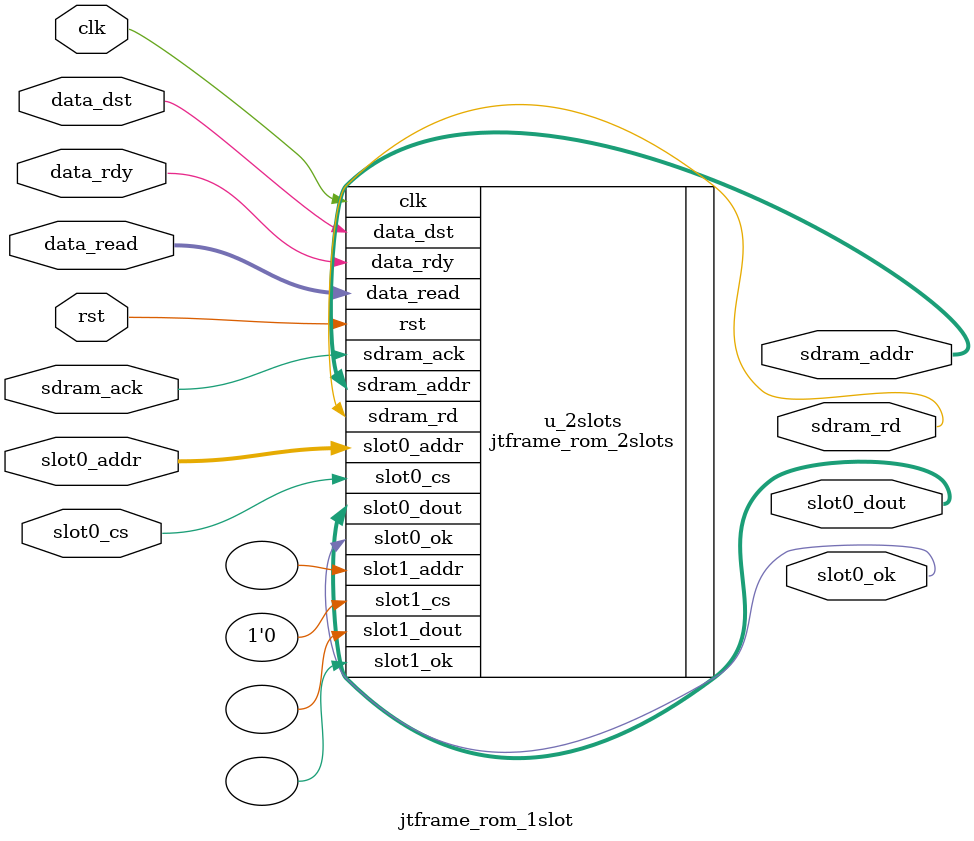
<source format=v>
/*  This file is part of JTFRAME.
    JTFRAME program is free software: you can redistribute it and/or modify
    it under the terms of the GNU General Public License as published by
    the Free Software Foundation, either version 3 of the License, or
    (at your option) any later version.

    JTFRAME program is distributed in the hope that it will be useful,
    but WITHOUT ANY WARRANTY; without even the implied warranty of
    MERCHANTABILITY or FITNESS FOR A PARTICULAR PURPOSE.  See the
    GNU General Public License for more details.

    You should have received a copy of the GNU General Public License
    along with JTFRAME.  If not, see <http://www.gnu.org/licenses/>.

    Author: Jose Tejada Gomez. Twitter: @topapate
    Version: 1.0
    Date: 11-1-2021 */

// 1 slots for SDRAM read-only access
// Each slot can be used for 8, 16 or 32 bit access
// Small 4 byte cache used for each slot

module jtframe_rom_1slot #(parameter
    SDRAMW       = 22,
    SLOT0_DW     = 8,
    SLOT0_AW     = 8,
    SLOT0_LATCH  = 0,
    SLOT0_DOUBLE = 0,
/* verilator lint_off WIDTH */
    parameter [SDRAMW-1:0] SLOT0_OFFSET = {SDRAMW{1'b0}},
/* verilator lint_on WIDTH */
    SLOT0_OKLATCH= 1
)(
    input               rst,
    input               clk,

    input  [SLOT0_AW-1:0] slot0_addr,

    //  output data
    output [SLOT0_DW-1:0] slot0_dout,

    input               slot0_cs,
    output              slot0_ok,
    // SDRAM controller interface
    input               sdram_ack,
    output              sdram_rd,
    output [SDRAMW-1:0] sdram_addr,
    input               data_dst,
    input               data_rdy,
    input       [15:0]  data_read
);

jtframe_rom_2slots #(
    .SDRAMW       ( SDRAMW        ),
    .SLOT0_AW     ( SLOT0_AW      ),
    .SLOT0_DW     ( SLOT0_DW      ),
    .SLOT0_LATCH  ( SLOT0_LATCH   ),
    .SLOT0_OFFSET ( SLOT0_OFFSET  ),
    .SLOT0_DOUBLE ( SLOT0_DOUBLE  ),
    .SLOT0_OKLATCH( SLOT0_OKLATCH )
) u_2slots(
    .rst    ( rst       ),
    .clk    ( clk       ),

    .slot0_addr( slot0_addr ),
    .slot1_addr(            ),

    //  output data
    .slot0_dout( slot0_dout ),
    .slot1_dout(            ),

    .slot0_cs  ( slot0_cs   ),
    .slot1_cs  ( 1'b0       ),

    .slot0_ok  ( slot0_ok   ),
    .slot1_ok  (            ),
    // SDRAM controller interface
    .sdram_ack ( sdram_ack  ),
    .sdram_rd ( sdram_rd  ),
    .sdram_addr( sdram_addr ),
    .data_dst  ( data_dst   ),
    .data_rdy  ( data_rdy   ),
    .data_read ( data_read  )
);

endmodule
</source>
